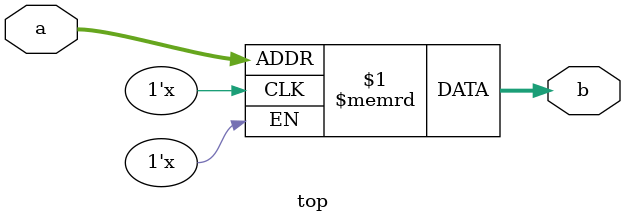
<source format=sv>
/*
:name: simple_array_addressing_sim
:description: minimal array addressing simulation test (without result verification)
:type: simulation parsing
:tags: 11.5.2
*/
module top(input [7:0] a, output [7:0] b);

reg [7:0] mem [0:255];

assign b = mem[a];

endmodule

</source>
